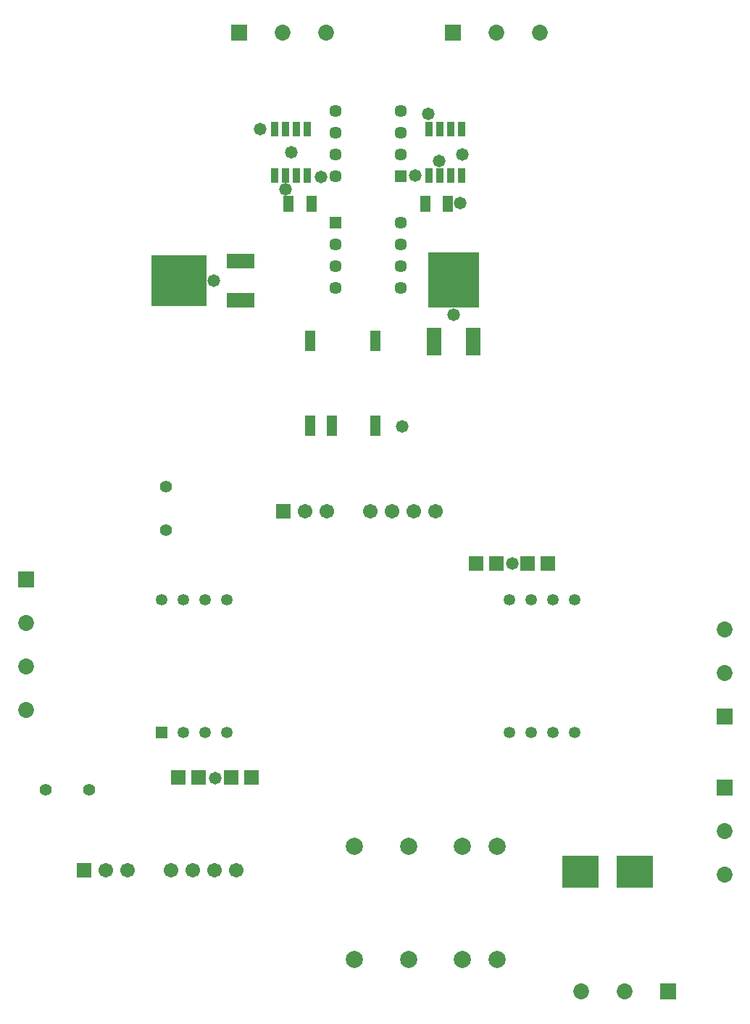
<source format=gts>
G04*
G04 #@! TF.GenerationSoftware,Altium Limited,Altium Designer,21.9.2 (33)*
G04*
G04 Layer_Color=8388736*
%FSLAX43Y43*%
%MOMM*%
G71*
G04*
G04 #@! TF.SameCoordinates,8A64DE41-CE10-4B2C-A13A-6A112CDDCE5D*
G04*
G04*
G04 #@! TF.FilePolarity,Negative*
G04*
G01*
G75*
%ADD24R,1.754X1.806*%
%ADD25R,4.242X3.810*%
%ADD26R,1.203X2.493*%
%ADD27R,0.853X1.728*%
%ADD28R,1.303X1.903*%
%ADD29R,3.203X1.803*%
%ADD30R,6.403X6.003*%
%ADD31R,1.803X3.203*%
%ADD32R,6.003X6.403*%
%ADD33C,1.853*%
%ADD34R,1.853X1.853*%
%ADD35C,1.453*%
%ADD36R,1.453X1.453*%
%ADD37C,2.003*%
%ADD38R,1.853X1.853*%
%ADD39C,1.403*%
%ADD40C,1.711*%
%ADD41R,1.711X1.711*%
%ADD42C,1.350*%
%ADD43R,1.350X1.350*%
%ADD44C,1.473*%
D24*
X23824Y31000D02*
D03*
X26176D02*
D03*
X30000D02*
D03*
X32352D02*
D03*
X64648Y56000D02*
D03*
X67000D02*
D03*
X58648D02*
D03*
X61000D02*
D03*
D25*
X77188Y20000D02*
D03*
X70812D02*
D03*
D26*
X39190Y81955D02*
D03*
X46810D02*
D03*
Y72045D02*
D03*
X41730D02*
D03*
X39190D02*
D03*
D27*
X53095Y106712D02*
D03*
X54365D02*
D03*
X55635D02*
D03*
X56905D02*
D03*
Y101288D02*
D03*
X55635D02*
D03*
X54365D02*
D03*
X53095D02*
D03*
X35095Y106712D02*
D03*
X36365D02*
D03*
X37635D02*
D03*
X38905D02*
D03*
Y101288D02*
D03*
X37635D02*
D03*
X36365D02*
D03*
X35095D02*
D03*
D28*
X36650Y98000D02*
D03*
X39350D02*
D03*
X55350Y98000D02*
D03*
X52650D02*
D03*
D29*
X31080Y86715D02*
D03*
Y91285D02*
D03*
D30*
X23900Y89000D02*
D03*
D31*
X53715Y81920D02*
D03*
X58285D02*
D03*
D32*
X56000Y89100D02*
D03*
D33*
X66080Y118000D02*
D03*
X61000D02*
D03*
X41080Y118000D02*
D03*
X36000D02*
D03*
X87652Y24751D02*
D03*
Y19671D02*
D03*
X87652Y48320D02*
D03*
Y43241D02*
D03*
X6000Y49080D02*
D03*
Y44000D02*
D03*
Y38920D02*
D03*
X76000Y6000D02*
D03*
X70920D02*
D03*
D34*
X55920Y118000D02*
D03*
X30920Y118000D02*
D03*
X81080Y6000D02*
D03*
D35*
X42190Y101190D02*
D03*
Y103730D02*
D03*
Y106270D02*
D03*
Y108810D02*
D03*
X49810D02*
D03*
Y106270D02*
D03*
Y103730D02*
D03*
Y95810D02*
D03*
Y93270D02*
D03*
Y90730D02*
D03*
Y88190D02*
D03*
X42190D02*
D03*
Y90730D02*
D03*
Y93270D02*
D03*
D36*
X49810Y101190D02*
D03*
X42190Y95810D02*
D03*
D37*
X50700Y23000D02*
D03*
X61100D02*
D03*
X57000D02*
D03*
X44350Y9800D02*
D03*
Y23000D02*
D03*
X50700Y9800D02*
D03*
X61100D02*
D03*
X57000D02*
D03*
D38*
X87652Y29831D02*
D03*
X87652Y38160D02*
D03*
X6000Y54160D02*
D03*
D39*
X22400Y59910D02*
D03*
Y64990D02*
D03*
X13421Y29538D02*
D03*
X8341D02*
D03*
D40*
X30619Y20167D02*
D03*
X28079D02*
D03*
X25539D02*
D03*
X22999D02*
D03*
X17919D02*
D03*
X15379D02*
D03*
X38650Y62050D02*
D03*
X41190D02*
D03*
X46270D02*
D03*
X48810D02*
D03*
X51350D02*
D03*
X53890D02*
D03*
D41*
X12839Y20167D02*
D03*
X36110Y62050D02*
D03*
D42*
X21870Y51748D02*
D03*
X24410D02*
D03*
X26950D02*
D03*
X29490D02*
D03*
X62510D02*
D03*
X65050D02*
D03*
X67590D02*
D03*
X70130D02*
D03*
Y36253D02*
D03*
X67590D02*
D03*
X65050D02*
D03*
X62510D02*
D03*
X29490D02*
D03*
X26950D02*
D03*
X24410D02*
D03*
D43*
X21870D02*
D03*
D44*
X28000Y89000D02*
D03*
X56000Y85000D02*
D03*
X54330Y102971D02*
D03*
X56747Y98029D02*
D03*
X53052Y108453D02*
D03*
X36385Y99699D02*
D03*
X33419Y106722D02*
D03*
X50000Y72000D02*
D03*
X51510Y101254D02*
D03*
X57020Y103744D02*
D03*
X40470Y101145D02*
D03*
X37000Y104000D02*
D03*
X28095Y30958D02*
D03*
X62816Y55961D02*
D03*
M02*

</source>
